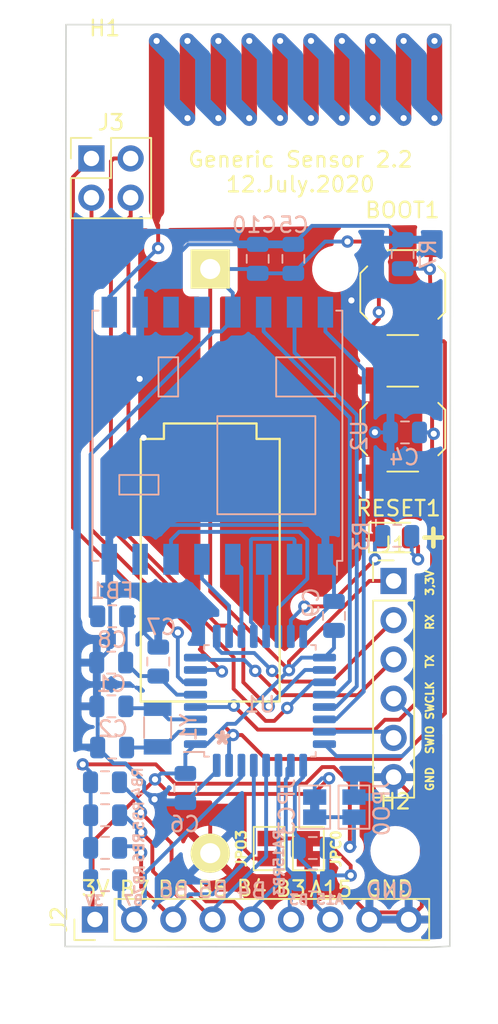
<source format=kicad_pcb>
(kicad_pcb (version 20211014) (generator pcbnew)
  (layers (0 "F.Cu" signal) (31 "B.Cu" signal) (34 "B.Paste" user) (35 "F.Paste" user) (36 "B.SilkS" user "B.Silkscreen") (37 "F.SilkS" user "F.Silkscreen") (38 "B.Mask" user) (39 "F.Mask" user) (44 "Edge.Cuts" user))
  (net 0 "")
  (net 1 "Net-(AE1-Pad1)")
  (net 2 "+3V3")
  (net 3 "GND")
  (net 4 "Net-(C1-Pad1)")
  (net 5 "Net-(C2-Pad1)")
  (net 6 "Net-(C4-Pad1)")
  (net 7 "VDDA")
  (net 8 "Net-(D1-Pad2)")
  (net 9 "SWDIO")
  (net 10 "SWCLK")
  (net 11 "TX")
  (net 12 "RX")
  (net 13 "Net-(R3-Pad1)")
  (net 14 "NSS")
  (net 15 "DIO2")
  (net 16 "DIO1")
  (net 17 "DIO0")
  (net 18 "RESET")
  (net 19 "MOSI")
  (net 20 "MISO")
  (net 21 "SCK")
  (net 22 "B7")
  (net 23 "B6")
  (net 24 "B5")
  (net 25 "B4")
  (net 26 "A1")
  (net 27 "A0")
  (net 28 "A9")
  (net 29 "A8")
  (net 30 "Net-(BOOT1-Pad2)")
  (net 31 "A15")
  (net 32 "B3")
  (net 33 "Net-(JPC0-Pad1)")
  (net 34 "Net-(JPC3-Pad2)")
  (footprint "Battery:CR123_holder" (layer "F.Cu") (at 134.112 46.736)
    (fp_text reference "BT1" hide)
    (fp_text value "Battery_Cell")
  )
  (footprint "Button_Switch_SMD:SW_SPST_TL3342" (layer "F.Cu") (at 146.5834 48.26 90)
    (fp_text reference "BOOT1")
    (fp_text value "BOOT")
  )
  (footprint "Connector_PinHeader_2.54mm:PinHeader_1x06_P2.54mm_Vertical" (layer "F.Cu") (at 145.98904 66.93154)
    (fp_text reference "J1")
    (fp_text value "Conn_01x06_Male")
  )
  (footprint "Diode_SMD:D_0805_2012Metric" (layer "F.Cu") (at 146.07516 64.11976)
    (fp_text reference "D1" hide)
    (fp_text value "LED" hide)
  )
  (footprint "RF_Antenna:Texas_SWRA416_868MHz_915MHz" (layer "F.Cu") (at 139.63904 37.76726)
    (fp_text reference "AE1" hide)
    (fp_text value "Antenna_Chip")
  )
  (footprint "Button_Switch_SMD:SW_SPST_TL3342" (layer "F.Cu") (at 146.5834 57.0992 90)
    (fp_text reference "RESET1")
    (fp_text value "RESET")
  )
  (footprint "Connector_PinHeader_2.54mm:PinHeader_1x09_P2.54mm_Vertical" (layer "F.Cu") (at 126.6444 88.8492 90)
    (fp_text reference "J2")
    (fp_text value "Conn_01x09_Male")
  )
  (footprint "Connector_PinHeader_2.54mm:PinHeader_2x02_P2.54mm_Vertical" (layer "F.Cu") (at 126.4158 39.57828)
    (fp_text reference "J3")
    (fp_text value "Conn_01x04_Male")
  )
  (footprint "MountingHole:MountingHole_2.2mm_M2" (layer "F.Cu") (at 127.27432 34.34588)
    (fp_text reference "H1")
    (fp_text value "MountingHole")
  )
  (footprint "MountingHole:MountingHole_2.2mm_M2" (layer "F.Cu") (at 146.09572 84.4042)
    (fp_text reference "H2")
    (fp_text value "MountingHole")
  )
  (footprint "Jumper:SolderJumper-2_P1.3mm_Bridged_Pad1.0x1.5mm" (layer "F.Cu") (at 140.46708 84.26728 -90)
    (fp_text reference "JPC0")
    (fp_text value "SolderJumper_2_Bridged")
  )
  (footprint "Jumper:SolderJumper-2_P1.3mm_Open_Pad1.0x1.5mm" (layer "F.Cu") (at 137.92708 84.25688 90)
    (fp_text reference "JPO3")
    (fp_text value "SolderJumper_2_Open")
  )
  (footprint "Capacitor_SMD:C_0805_2012Metric" (layer "B.Cu") (at 127.75692 77.71638 180)
    (fp_text reference "C2")
    (fp_text value "10 pF")
  )
  (footprint "Capacitor_SMD:C_0805_2012Metric" (layer "B.Cu") (at 146.72564 57.3151 180)
    (fp_text reference "C4")
    (fp_text value "100 nF")
  )
  (footprint "Capacitor_SMD:C_0805_2012Metric" (layer "B.Cu") (at 139.4968 46.0779 90)
    (fp_text reference "C5")
    (fp_text value "100 nF")
  )
  (footprint "Capacitor_SMD:C_0805_2012Metric" (layer "B.Cu") (at 132.50164 80.33282 -90)
    (fp_text reference "C6")
    (fp_text value "100 nF")
  )
  (footprint "Capacitor_SMD:C_0805_2012Metric" (layer "B.Cu") (at 130.7465 72.151 -90)
    (fp_text reference "C7")
    (fp_text value "100 nF")
  )
  (footprint "Capacitor_SMD:C_0805_2012Metric" (layer "B.Cu") (at 127.69596 72.21728)
    (fp_text reference "C8")
    (fp_text value "1 uF")
  )
  (footprint "Resistor_SMD:R_0805_2012Metric" (layer "B.Cu") (at 146.2255 64.008)
    (fp_text reference "R3")
    (fp_text value "12K")
  )
  (footprint "RF_Module:HOPERF_RFM9XW_SMD" (layer "B.Cu") (at 134.572 57.53 90)
    (fp_text reference "U2")
    (fp_text value "RFM95W-868S2")
  )
  (footprint "Package_QFP:LQFP-32_7x7mm_P0.8mm" (layer "B.Cu") (at 137.33272 74.69378)
    (fp_text reference "U1")
    (fp_text value "STM32L041K6Tx")
  )
  (footprint "Crystal:Crystal_SMD_3215-2Pin_3.2x1.5mm" (layer "B.Cu") (at 130.70332 76.42098 90)
    (fp_text reference "Y1")
    (fp_text value "32KHz")
  )
  (footprint "Capacitor_SMD:C_0805_2012Metric" (layer "B.Cu") (at 127.70842 75.04938 180)
    (fp_text reference "C1")
    (fp_text value "10 pF")
  )
  (footprint "Resistor_SMD:R_0805_2012Metric" (layer "B.Cu") (at 146.57578 45.77588 90)
    (fp_text reference "R7")
    (fp_text value "12K")
  )
  (footprint "Capacitor_SMD:C_0805_2012Metric" (layer "B.Cu") (at 142.12824 69.19444 -90)
    (fp_text reference "C9")
    (fp_text value "100 nF")
  )
  (footprint "Resistor_SMD:R_0805_2012Metric" (layer "B.Cu") (at 127.762 69.218 180)
    (fp_text reference "FB1")
    (fp_text value "Ferrite_Bead_Small")
  )
  (footprint "Capacitor_SMD:C_0805_2012Metric" (layer "B.Cu") (at 137.1854 46.0756 90)
    (fp_text reference "C10")
    (fp_text value "1 uF")
  )
  (footprint "Resistor_SMD:R_0805_2012Metric" (layer "B.Cu") (at 127.3025 82.09788)
    (fp_text reference "RB5")
    (fp_text value "PU")
  )
  (footprint "Resistor_SMD:R_0805_2012Metric" (layer "B.Cu") (at 127.3025 86.30412)
    (fp_text reference "RB7")
    (fp_text value "PU")
  )
  (footprint "Resistor_SMD:R_0805_2012Metric" (layer "B.Cu") (at 127.29464 79.96428)
    (fp_text reference "RB4")
    (fp_text value "PU")
  )
  (footprint "Resistor_SMD:R_0805_2012Metric" (layer "B.Cu") (at 127.3025 84.21116)
    (fp_text reference "RB6")
    (fp_text value "PU")
  )
  (footprint "Resistor_SMD:R_0805_2012Metric" (layer "B.Cu") (at 140.7645 86.31428 180)
    (fp_text reference "RB3")
    (fp_text value "PU")
  )
  (footprint "Jumper:SolderJumper-2_P1.3mm_Bridged_Pad1.0x1.5mm" (layer "B.Cu") (at 140.87856 81.57488 -90)
    (fp_text reference "JPC3")
    (fp_text value "SolderJumper_2_Bridged")
  )
  (footprint "Jumper:SolderJumper-2_P1.3mm_Open_Pad1.0x1.5mm" (layer "B.Cu") (at 143.42364 81.57488 90)
    (fp_text reference "JPO0")
    (fp_text value "SolderJumper_2_Open")
  )
  (footprint "Resistor_SMD:R_0805_2012Metric" (layer "B.Cu") (at 140.75664 84.22132 180)
    (fp_text reference "RA15")
    (fp_text value "PU")
  )
  (gr_line (start 124.70892 90.59672) (end 124.76988 30.9118) (layer "Edge.Cuts") (width 0.1))
  (gr_line (start 149.6314 90.58148) (end 148.46808 90.64244) (layer "Edge.Cuts") (width 0.1))
  (gr_line (start 124.76988 30.9118) (end 149.68728 30.9118) (layer "Edge.Cuts") (width 0.1))
  (gr_line (start 149.68728 30.9118) (end 149.6314 90.58148) (layer "Edge.Cuts") (width 0.1))
  (gr_line (start 148.46808 90.64244) (end 124.70892 90.59672) (layer "Edge.Cuts") (width 0.1))
  (gr_text "B3" (at 139.84732 87.57412) (layer "B.SilkS") (effects (font (size 0.635 0.635)) (justify mirror)))
  (gr_text "B4" (at 136.78408 86.98484) (layer "B.SilkS") (effects (font (size 1 1)) (justify mirror)))
  (gr_text "B5" (at 134.29996 86.9442) (layer "B.SilkS") (effects (font (size 1 1)) (justify mirror)))
  (gr_text "B6" (at 131.76504 86.95944) (layer "B.SilkS") (effects (font (size 1 1)) (justify mirror)))
  (gr_text "GND" (at 145.74012 87.01024) (layer "B.SilkS") (effects (font (size 1 1)) (justify mirror)))
  (gr_text "3V" (at 126.59868 87.64016) (layer "B.SilkS") (effects (font (size 0.635 0.635)) (justify mirror)))
  (gr_text "B7" (at 129.14376 87.61476) (layer "B.SilkS") (effects (font (size 0.635 0.635)) (justify mirror)))
  (gr_text "*" (at 134.8994 77.56144) (layer "B.SilkS") (effects (font (size 1.5 1.5) (thickness 0.3))))
  (gr_text "A15" (at 141.86408 87.54872) (layer "B.SilkS") (effects (font (size 0.635 0.635) (thickness 0.15875)) (justify mirror)))
  (gr_text "B7" (at 129.21996 86.88324) (layer "F.SilkS") (effects (font (size 1 1))))
  (gr_text "RX" (at 148.336 69.596 90) (layer "F.SilkS") (effects (font (size 0.5 0.5) (thickness 0.125))))
  (gr_text "SWCLK" (at 148.336 74.676 90) (layer "F.SilkS") (effects (font (size 0.5 0.5) (thickness 0.125))))
  (gr_text "SWIO" (at 148.336 77.216 90) (layer "F.SilkS") (effects (font (size 0.5 0.5) (thickness 0.125))))
  (gr_text "+" (at 148.5646 64.01308) (layer "F.SilkS") (effects (font (size 1.5 1.5) (thickness 0.3))))
  (gr_text "B5" (at 134.2644 86.88324) (layer "F.SilkS") (effects (font (size 1 1))))
  (gr_text "TX" (at 148.336 72.136 90) (layer "F.SilkS") (effects (font (size 0.5 0.5) (thickness 0.125))))
  (gr_text "B6" (at 131.71424 86.88324) (layer "F.SilkS") (effects (font (size 1 1))))
  (gr_text "3,3V" (at 148.336 67.056 90) (layer "F.SilkS") (effects (font (size 0.5 0.5) (thickness 0.125))))
  (gr_text "3V" (at 126.68504 86.84768) (layer "F.SilkS") (effects (font (size 1 1))))
  (gr_text "Generic Sensor 2.2\n12.July.2020" (at 139.954 40.4495) (layer "F.SilkS") (effects (font (size 1 1))))
  (gr_text "A15" (at 141.93012 86.88324) (layer "F.SilkS") (effects (font (size 1 1))))
  (gr_text "GND" (at 148.336 79.756 90) (layer "F.SilkS") (effects (font (size 0.5 0.5) (thickness 0.125))))
  (gr_text "B3" (at 139.33424 86.85784) (layer "F.SilkS") (effects (font (size 1 1))))
  (gr_text "B4" (at 136.80948 86.83244) (layer "F.SilkS") (effects (font (size 1 1))))
  (gr_text "GND" (at 145.71472 86.85784) (layer "F.SilkS") (effects (font (size 1 1))))
  (segment (start 130.738881 43.892111) (end 130.73888 44.813953) (width 0.25) (layer "F.Cu") (net 1))
  (segment (start 130.73888 44.813953) (end 130.73888 45.379638) (width 0.25) (layer "F.Cu") (net 1))
  (via (at 130.73888 45.379638) (size 0.8) (drill 0.4) (layers "F.Cu" "B.Cu") (net 1))
  (segment (start 127.572 49.53) (end 127.572 48.54144) (width 0.25) (layer "B.Cu") (net 1))
  (segment (start 127.572 48.54144) (end 130.733802 45.379638) (width 0.25) (layer "B.Cu") (net 1))
  (segment (start 130.733802 45.379638) (end 130.73888 45.379638) (width 0.25) (layer "B.Cu") (net 1))
  (segment (start 136.34212 84.32192) (end 136.92708 84.90688) (width 0.25) (layer "F.Cu") (net 2))
  (segment (start 144.6834 50.31) (end 144.6834 51.41) (width 0.25) (layer "F.Cu") (net 2))
  (segment (start 136.34212 80.7212) (end 136.34212 84.32192) (width 0.25) (layer "F.Cu") (net 2))
  (segment (start 126.492 88.392) (end 126.492 83.82) (width 0.25) (layer "F.Cu") (net 2))
  (segment (start 139.21232 72.144357) (end 139.21232 72.710042) (width 0.25) (layer "F.Cu") (net 2))
  (segment (start 144.425137 66.93154) (end 139.21232 72.144357) (width 0.25) (layer "F.Cu") (net 2))
  (segment (start 145.98904 66.93154) (end 144.425137 66.93154) (width 0.25) (layer "F.Cu") (net 2))
  (segment (start 144.6834 45.11) (end 144.6834 46.21) (width 0.25) (layer "F.Cu") (net 2))
  (segment (start 130.933559 80.178439) (end 130.53356 79.77844) (width 0.25) (layer "F.Cu") (net 2))
  (segment (start 144.5314 44.958) (end 144.6834 45.11) (width 0.25) (layer "F.Cu") (net 2))
  (segment (start 136.34212 80.7212) (end 131.47632 80.7212) (width 0.25) (layer "F.Cu") (net 2))
  (segment (start 134.112 67.609722) (end 138.812321 72.310043) (width 0.25) (layer "F.Cu") (net 2))
  (segment (start 145.034 49.9594) (end 144.6834 50.31) (width 0.25) (layer "F.Cu") (net 2))
  (segment (start 126.492 83.82) (end 130.133561 80.178439) (width 0.25) (layer "F.Cu") (net 2))
  (segment (start 140.79728 80.7212) (end 136.34212 80.7212) (width 0.25) (layer "F.Cu") (net 2))
  (segment (start 131.47632 80.7212) (end 130.933559 80.178439) (width 0.25) (layer "F.Cu") (net 2))
  (segment (start 130.133561 80.178439) (end 130.53356 79.77844) (width 0.25) (layer "F.Cu") (net 2))
  (segment (start 144.6834 46.21) (end 145.034 46.5606) (width 0.25) (layer "F.Cu") (net 2))
  (segment (start 143.002 44.958) (end 144.5314 44.958) (width 0.25) (layer "F.Cu") (net 2))
  (segment (start 134.112 46.736) (end 134.112 67.609722) (width 0.25) (layer "F.Cu") (net 2))
  (segment (start 138.812321 72.310043) (end 139.21232 72.710042) (width 0.25) (layer "F.Cu") (net 2))
  (segment (start 145.034 46.5606) (end 145.034 49.9594) (width 0.25) (layer "F.Cu") (net 2))
  (segment (start 141.81328 79.7052) (end 140.79728 80.7212) (width 0.25) (layer "F.Cu") (net 2))
  (segment (start 136.92708 84.90688) (end 137.92708 84.90688) (width 0.25) (layer "F.Cu") (net 2))
  (via (at 130.53356 79.77844) (size 0.8) (drill 0.4) (layers "F.Cu" "B.Cu") (net 2))
  (via (at 143.002 44.958) (size 0.8) (drill 0.4) (layers "F.Cu" "B.Cu") (net 2))
  (via (at 141.81328 79.7052) (size 0.8) (drill 0.4) (layers "F.Cu" "B.Cu") (net 2))
  (via (at 145.034 49.53) (size 0.8) (drill 0.4) (layers "F.Cu" "B.Cu") (net 2))
  (via (at 139.21232 72.710042) (size 0.8) (drill 0.4) (layers "F.Cu" "B.Cu") (net 2))
  (segment (start 139.4945 47.0131) (end 139.4968 47.0154) (width 0.25) (layer "B.Cu") (net 2))
  (segment (start 140.87856 80.92488) (end 140.87856 80.17488) (width 0.25) (layer "B.Cu") (net 2))
  (segment (start 137.1854 47.0131) (end 139.4945 47.0131) (width 0.25) (layer "B.Cu") (net 2))
  (segment (start 142.12824 71.27326) (end 141.50772 71.89378) (width 0.25) (layer "B.Cu") (net 2))
  (segment (start 133.15772 77.49378) (end 133.90772 77.49378) (width 0.25) (layer "B.Cu") (net 2))
  (segment (start 134.822 50.78) (end 135.572 50.03) (width 0.25) (layer "B.Cu") (net 2))
  (segment (start 134.112 46.736) (end 136.9083 46.736) (width 0.25) (layer "B.Cu") (net 2))
  (segment (start 135.741243 76.181119) (end 138.812321 73.110041) (width 0.25) (layer "B.Cu") (net 2))
  (segment (start 126.362 69.218) (end 126.362 58.74) (width 0.25) (layer "B.Cu") (net 2))
  (segment (start 126.362 58.74) (end 134.322 50.78) (width 0.25) (layer "B.Cu") (net 2))
  (segment (start 135.220381 76.181119) (end 135.741243 76.181119) (width 0.25) (layer "B.Cu") (net 2))
  (segment (start 132.50164 79.39532) (end 130.91668 79.39532) (width 0.25) (layer "B.Cu") (net 2))
  (segment (start 140.028582 71.89378) (end 139.21232 72.710042) (width 0.25) (layer "B.Cu") (net 2))
  (segment (start 130.91668 79.39532) (end 130.53356 79.77844) (width 0.25) (layer "B.Cu") (net 2))
  (segment (start 134.112 46.82) (end 134.112 46.736) (width 0.25) (layer "B.Cu") (net 2))
  (segment (start 134.322 50.78) (end 134.822 50.78) (width 0.25) (layer "B.Cu") (net 2))
  (segment (start 132.50164 78.14986) (end 133.15772 77.49378) (width 0.25) (layer "B.Cu") (net 2))
  (segment (start 139.4968 47.0154) (end 141.5542 44.958) (width 0.25) (layer "B.Cu") (net 2))
  (segment (start 135.572 49.53) (end 135.572 48.28) (width 0.25) (layer "B.Cu") (net 2))
  (segment (start 141.5542 44.958) (end 143.002 44.958) (width 0.25) (layer "B.Cu") (net 2))
  (segment (start 140.87856 80.17488) (end 141.34824 79.7052) (width 0.25) (layer "B.Cu") (net 2))
  (segment (start 136.9083 46.736) (end 137.1854 47.0131) (width 0.25) (layer "B.Cu") (net 2))
  (segment (start 126.365 88.5698) (end 126.6444 88.8492) (width 0.25) (layer "B.Cu") (net 2))
  (segment (start 138.812321 73.110041) (end 139.21232 72.710042) (width 0.25) (layer "B.Cu") (net 2))
  (segment (start 141.34824 79.7052) (end 141.81328 79.7052) (width 0.25) (layer "B.Cu") (net 2))
  (segment (start 142.12824 70.13194) (end 142.12824 71.27326) (width 0.25) (layer "B.Cu") (net 2))
  (segment (start 141.50772 71.89378) (end 140.028582 71.89378) (width 0.25) (layer "B.Cu") (net 2))
  (segment (start 135.572 50.03) (end 135.572 49.53) (width 0.25) (layer "B.Cu") (net 2))
  (segment (start 132.50164 79.39532) (end 132.50164 78.14986) (width 0.25) (layer "B.Cu") (net 2))
  (segment (start 133.90772 77.49378) (end 135.220381 76.181119) (width 0.25) (layer "B.Cu") (net 2))
  (segment (start 135.572 48.28) (end 134.112 46.82) (width 0.25) (layer "B.Cu") (net 2))
  (segment (start 145.98904 79.63154) (end 147.814399 81.456899) (width 0.25) (layer "F.Cu") (net 3))
  (segment (start 144.6834 60.2492) (end 144.6834 63.6655) (width 0.25) (layer "F.Cu") (net 3))
  (segment (start 134.112 84.556) (end 134.112 81.28) (width 0.25) (layer "F.Cu") (net 3))
  (segment (start 143.256004 53.271804) (end 143.256004 49.333685) (width 0.25) (layer "F.Cu") (net 3))
  (segment (start 129.794 54.102) (end 129.54 53.848) (width 0.25) (layer "F.Cu") (net 3))
  (segment (start 129.794 57.658) (end 129.794 54.102) (width 0.25) (layer "F.Cu") (net 3))
  (segment (start 146.812 88.392) (end 144.272 88.392) (width 0.25) (layer "F.Cu") (net 3))
  (segment (start 143.256004 49.333685) (end 143.256004 48.768) (width 0.25) (layer "F.Cu") (net 3))
  (segment (start 147.814399 87.999201) (end 146.9644 88.8492) (width 0.25) (layer "F.Cu") (net 3))
  (segment (start 147.814399 81.456899) (end 147.814399 87.999201) (width 0.25) (layer "F.Cu") (net 3))
  (segment (start 142.5448 86.6648) (end 136.2208 86.6648) (width 0.25) (layer "F.Cu") (net 3))
  (segment (start 141.4646 86.6648) (end 140.46708 85.66728) (width 0.25) (layer "F.Cu") (net 3))
  (segment (start 144.6834 63.6655) (end 145.13766 64.11976) (width 0.25) (layer "F.Cu") (net 3))
  (segment (start 144.272 88.392) (end 142.5448 86.6648) (width 0.25) (layer "F.Cu") (net 3))
  (segment (start 134.10232 81.27032) (end 130.56568 81.27032) (width 0.25) (layer "F.Cu") (net 3))
  (segment (start 134.112 81.28) (end 134.10232 81.27032) (width 0.25) (layer "F.Cu") (net 3))
  (segment (start 143.9334 53.9492) (end 143.256004 53.271804) (width 0.25) (layer "F.Cu") (net 3))
  (segment (start 142.5448 86.6648) (end 141.4646 86.6648) (width 0.25) (layer "F.Cu") (net 3))
  (segment (start 144.6834 53.9492) (end 143.9334 53.9492) (width 0.25) (layer "F.Cu") (net 3))
  (segment (start 140.46708 85.66728) (end 140.46708 84.91728) (width 0.25) (layer "F.Cu") (net 3))
  (segment (start 136.2208 86.6648) (end 134.112 84.556) (width 0.25) (layer "F.Cu") (net 3))
  (segment (start 144.6834 60.2492) (end 144.6834 53.9492) (width 0.25) (layer "F.Cu") (net 3))
  (via (at 130.5052 81.06664) (size 0.8) (drill 0.4) (layers "F.Cu" "B.Cu") (net 3))
  (via (at 129.794 57.658) (size 0.8) (drill 0.4) (layers "F.Cu" "B.Cu") (net 3))
  (via (at 129.54 53.848) (size 0.8) (drill 0.4) (layers "F.Cu" "B.Cu") (net 3))
  (via (at 144.778268 57.3074) (size 0.8) (drill 0.4) (layers "F.Cu" "B.Cu") (net 3))
  (via (at 143.256004 48.768) (size 0.8) (drill 0.4) (layers "F.Cu" "B.Cu") (net 3))
  (segment (start 130.56568 81.27032) (end 130.37336 81.27032) (width 0.25) (layer "B.Cu") (net 3))
  (segment (start 145.78814 57.3151) (end 144.785968 57.3151) (width 0.25) (layer "B.Cu") (net 3))
  (segment (start 126.81942 75.09788) (end 126.77092 75.04938) (width 0.25) (layer "B.Cu") (net 3))
  (segment (start 127.572 66.78) (end 127.572 65.53) (width 0.25) (layer "B.Cu") (net 3))
  (segment (start 128.54702 63.30498) (end 127.572 64.28) (width 0.25) (layer "B.Cu") (net 3))
  (segment (start 132.50164 81.27032) (end 134.53272 79.23924) (width 0.25) (layer "B.Cu") (net 3))
  (segment (start 127.572 64.28) (end 127.572 65.53) (width 0.25) (layer "B.Cu") (net 3))
  (segment (start 140.6952 43.942) (end 139.4968 45.1404) (width 0.25) (layer "B.Cu") (net 3))
  (segment (start 146.57578 44.83838) (end 143.256004 48.158156) (width 0.25) (layer "B.Cu") (net 3))
  (segment (start 127.84443 78.74139) (end 127.304947 78.201907) (width 0.25) (layer "B.Cu") (net 3))
  (segment (start 127.63701 68.52616) (end 127.572 68.46115) (width 0.25) (layer "B.Cu") (net 3))
  (segment (start 137.1877 45.1404) (end 137.1854 45.1381) (width 0.25) (layer "B.Cu") (net 3))
  (segment (start 130.37336 81.27032) (end 130.3713 81.27238) (width 0.25) (layer "B.Cu") (net 3))
  (segment (start 142.12824 66.08624) (end 141.572 65.53) (width 0.25) (layer "B.Cu") (net 3))
  (segment (start 129.54 53.848) (end 129.54 49.562) (width 0.25) (layer "B.Cu") (net 3))
  (segment (start 140.59698 63.30498) (end 128.54702 63.30498) (width 0.25) (layer "B.Cu") (net 3))
  (segment (start 130.56568 81.27032) (end 129.830999 80.535639) (width 0.25) (layer "B.Cu") (net 3))
  (segment (start 132.50164 81.27032) (end 130.56568 81.27032) (width 0.25) (layer "B.Cu") (net 3))
  (segment (start 126.77092 75.04938) (end 126.77092 72.22974) (width 0.25) (layer "B.Cu") (net 3))
  (segment (start 129.830999 79.959489) (end 128.6129 78.74139) (width 0.25) (layer "B.Cu") (net 3))
  (segment (start 126.81942 77.71638) (end 126.81942 75.09788) (width 0.25) (layer "B.Cu") (net 3))
  (segment (start 127.63701 70.114) (end 127.63701 68.52616) (width 0.25) (layer "B.Cu") (net 3))
  (segment (start 145.6794 43.942) (end 140.6952 43.942) (width 0.25) (layer "B.Cu") (net 3))
  (segment (start 142.12824 68.25694) (end 142.12824 66.08624) (width 0.25) (layer "B.Cu") (net 3))
  (segment (start 126.77092 72.22974) (end 126.75846 72.21728) (width 0.25) (layer "B.Cu") (net 3))
  (segment (start 129.794 62.058) (end 129.794 57.658) (width 0.25) (layer "B.Cu") (net 3))
  (segment (start 141.572 64.28) (end 140.59698 63.30498) (width 0.25) (layer "B.Cu") (net 3))
  (segment (start 127.304947 78.201907) (end 126.81942 77.71638) (width 0.25) (layer "B.Cu") (net 3))
  (segment (start 140.13272 70.25246) (end 140.13272 70.51878) (width 0.25) (layer "B.Cu") (net 3))
  (segment (start 129.799061 68.257061) (end 127.572 66.03) (width 0.25) (layer "B.Cu") (net 3))
  (segment (start 142.12824 68.25694) (end 140.13272 70.25246) (width 0.25) (layer "B.Cu") (net 3))
  (segment (start 127.572 66.03) (end 127.572 65.53) (width 0.25) (layer "B.Cu") (net 3))
  (segment (start 136.4854 45.1381) (end 137.1854 45.1381) (width 0.25) (layer "B.Cu") (net 3))
  (segment (start 143.256004 48.158156) (end 143.256004 48.768) (width 0.25) (layer "B.Cu") (net 3))
  (segment (start 132.693504 45.1381) (end 136.4854 45.1381) (width 0.25) (layer "B.Cu") (net 3))
  (segment (start 141.572 65.53) (end 141.572 64.28) (width 0.25) (layer "B.Cu") (net 3))
  (segment (start 127.508 70.24301) (end 127.63701 70.114) (width 0.25) (layer "B.Cu") (net 3))
  (segment (start 127.572 68.46115) (end 127.572 66.78) (width 0.25) (layer "B.Cu") (net 3))
  (segment (start 127.572 64.28) (end 129.794 62.058) (width 0.25) (layer "B.Cu") (net 3))
  (segment (start 128.6129 78.74139) (end 127.84443 78.74139) (width 0.25) (layer "B.Cu") (net 3))
  (segment (start 144.785968 57.3151) (end 144.778268 57.3074) (width 0.25) (layer "B.Cu") (net 3))
  (segment (start 129.572 48.259604) (end 132.693504 45.1381) (width 0.25) (layer "B.Cu") (net 3))
  (segment (start 130.7465 71.2135) (end 129.799061 70.266061) (width 0.25) (layer "B.Cu") (net 3))
  (segment (start 139.4968 45.1404) (end 137.1877 45.1404) (width 0.25) (layer "B.Cu") (net 3))
  (segment (start 129.830999 80.535639) (end 129.830999 79.959489) (width 0.25) (layer "B.Cu") (net 3))
  (segment (start 129.799061 70.266061) (end 129.799061 68.257061) (width 0.25) (layer "B.Cu") (net 3))
  (segment (start 129.572 49.53) (end 129.572 48.259604) (width 0.25) (layer "B.Cu") (net 3))
  (segment (start 127.508 71.46774) (end 127.508 70.24301) (width 0.25) (layer "B.Cu") (net 3))
  (segment (start 129.54 49.562) (end 129.572 49.53) (width 0.25) (layer "B.Cu") (net 3))
  (segment (start 134.53272 79.23924) (end 134.53272 78.86878) (width 0.25) (layer "B.Cu") (net 3))
  (segment (start 146.57578 44.83838) (end 145.6794 43.942) (width 0.25) (layer "B.Cu") (net 3))
  (segment (start 126.75846 72.21728) (end 127.508 71.46774) (width 0.25) (layer "B.Cu") (net 3))
  (segment (start 131.42612 75.89378) (end 130.70332 75.17098) (width 0.25) (layer "B.Cu") (net 4))
  (segment (start 130.70332 75.17098) (end 128.76752 75.17098) (width 0.25) (layer "B.Cu") (net 4))
  (segment (start 128.76752 75.17098) (end 128.64592 75.04938) (width 0.25) (layer "B.Cu") (net 4))
  (segment (start 133.15772 75.89378) (end 131.42612 75.89378) (width 0.25) (layer "B.Cu") (net 4))
  (segment (start 131.10332 77.67098) (end 132.08052 76.69378) (width 0.25) (layer "B.Cu") (net 5))
  (segment (start 130.70332 77.67098) (end 131.10332 77.67098) (width 0.25) (layer "B.Cu") (net 5))
  (segment (start 132.40772 76.69378) (end 133.15772 76.69378) (width 0.25) (layer "B.Cu") (net 5))
  (segment (start 130.65792 77.71638) (end 130.70332 77.67098) (width 0.25) (layer "B.Cu") (net 5))
  (segment (start 132.08052 76.69378) (end 132.40772 76.69378) (width 0.25) (layer "B.Cu") (net 5))
  (segment (start 128.69442 77.71638) (end 130.65792 77.71638) (width 0.25) (layer "B.Cu") (net 5))
  (segment (start 148.4834 60.2492) (end 148.4834 53.9492) (width 0.25) (layer "F.Cu") (net 6))
  (segment (start 144.814039 76.5556) (end 137.19048 76.5556) (width 0.25) (layer "F.Cu") (net 6))
  (segment (start 144.814039 76.527539) (end 144.814039 76.5556) (width 0.25) (layer "F.Cu") (net 6))
  (segment (start 148.4834 73.796182) (end 146.363043 75.916539) (width 0.25) (layer "F.Cu") (net 6))
  (segment (start 148.4834 60.2492) (end 148.4834 73.796182) (width 0.25) (layer "F.Cu") (net 6))
  (segment (start 146.363043 75.916539) (end 145.425039 75.916539) (width 0.25) (layer "F.Cu") (net 6))
  (segment (start 145.425039 75.916539) (end 144.814039 76.527539) (width 0.25) (layer "F.Cu") (net 6))
  (segment (start 136.041079 75.406199) (end 135.64108 75.0062) (width 0.25) (layer "F.Cu") (net 6))
  (segment (start 137.19048 76.5556) (end 136.041079 75.406199) (width 0.25) (layer "F.Cu") (net 6))
  (via (at 135.64108 75.0062) (size 0.8) (drill 0.4) (layers "F.Cu" "B.Cu") (net 6))
  (via (at 148.59 57.404) (size 0.8) (drill 0.4) (layers "F.Cu" "B.Cu") (net 6))
  (segment (start 147.66314 57.3151) (end 148.5011 57.3151) (width 0.25) (layer "B.Cu") (net 6))
  (segment (start 135.5535 75.09378) (end 135.64108 75.0062) (width 0.25) (layer "B.Cu") (net 6))
  (segment (start 133.15772 75.09378) (end 135.5535 75.09378) (width 0.25) (layer "B.Cu") (net 6))
  (segment (start 148.5011 57.3151) (end 148.59 57.404) (width 0.25) (layer "B.Cu") (net 6))
  (segment (start 131.95178 74.29378) (end 133.15772 74.29378) (width 0.25) (layer "B.Cu") (net 7))
  (segment (start 128.63346 72.21728) (end 128.63346 69.74654) (width 0.25) (layer "B.Cu") (net 7))
  (segment (start 129.50468 73.0885) (end 128.63346 72.21728) (width 0.25) (layer "B.Cu") (net 7))
  (segment (start 130.7465 73.0885) (end 129.50468 73.0885) (width 0.25) (layer "B.Cu") (net 7))
  (segment (start 128.63346 71.51728) (end 128.63346 72.21728) (width 0.25) (layer "B.Cu") (net 7))
  (segment (start 128.63346 69.74654) (end 129.162 69.218) (width 0.25) (layer "B.Cu") (net 7))
  (segment (start 130.7465 73.0885) (end 131.95178 74.29378) (width 0.25) (layer "B.Cu") (net 7))
  (segment (start 147.574 64.6811) (end 147.01266 64.11976) (width 0.25) (layer "F.Cu") (net 8))
  (segment (start 147.574 65.278) (end 147.574 64.6811) (width 0.25) (layer "F.Cu") (net 8))
  (via (at 147.574 65.532) (size 0.8) (drill 0.4) (layers "F.Cu" "B.Cu") (net 8))
  (segment (start 147.163 65.121) (end 147.574 65.532) (width 0.25) (layer "B.Cu") (net 8))
  (segment (start 147.614051 65.318051) (end 147.574 65.278) (width 0.25) (layer "B.Cu") (net 8))
  (segment (start 147.163 64.008) (end 147.163 65.121) (width 0.25) (layer "B.Cu") (net 8))
  (segment (start 145.59128 76.69378) (end 145.98904 77.09154) (width 0.25) (layer "B.Cu") (net 9))
  (segment (start 141.50772 76.69378) (end 145.59128 76.69378) (width 0.25) (layer "B.Cu") (net 9))
  (segment (start 147.164041 75.726541) (end 146.839039 75.401539) (width 0.25) (layer "B.Cu") (net 10))
  (segment (start 146.839039 75.401539) (end 145.98904 74.55154) (width 0.25) (layer "B.Cu") (net 10))
  (segment (start 141.50772 77.49378) (end 142.280481 78.266541) (width 0.25) (layer "B.Cu") (net 10))
  (segment (start 142.280481 78.266541) (end 146.553041 78.266541) (width 0.25) (layer "B.Cu") (net 10))
  (segment (start 147.164041 77.655541) (end 147.164041 75.726541) (width 0.25) (layer "B.Cu") (net 10))
  (segment (start 146.553041 78.266541) (end 147.164041 77.655541) (width 0.25) (layer "B.Cu") (net 10))
  (segment (start 143.67357 74.32701) (end 138.60425 74.32701) (width 0.25) (layer "F.Cu") (net 11))
  (segment (start 137.427919 73.150679) (end 137.02792 72.75068) (width 0.25) (layer "F.Cu") (net 11))
  (segment (start 138.60425 74.32701) (end 137.427919 73.150679) (width 0.25) (layer "F.Cu") (net 11))
  (segment (start 145.98904 72.01154) (end 143.67357 74.32701) (width 0.25) (layer "F.Cu") (net 11))
  (via (at 137.02792 72.75068) (size 0.8) (drill 0.4) (layers "F.Cu" "B.Cu") (net 11))
  (segment (start 133.15772 71.89378) (end 133.90772 71.89378) (width 0.25) (layer "B.Cu") (net 11))
  (segment (start 136.627921 72.350681) (end 137.02792 72.75068) (width 0.25) (layer "B.Cu") (net 11))
  (segment (start 134.057741 72.043801) (end 136.321041 72.043801) (width 0.25) (layer "B.Cu") (net 11))
  (segment (start 136.321041 72.043801) (end 136.627921 72.350681) (width 0.25) (layer "B.Cu") (net 11))
  (segment (start 133.90772 71.89378) (end 134.057741 72.043801) (width 0.25) (layer "B.Cu") (net 11))
  (segment (start 138.520119 73.15068) (end 138.12012 72.750681) (width 0.25) (layer "F.Cu") (net 12))
  (segment (start 138.814758 73.445319) (end 138.520119 73.15068) (width 0.25) (layer "F.Cu") (net 12))
  (segment (start 142.015261 73.445319) (end 138.814758 73.445319) (width 0.25) (layer "F.Cu") (net 12))
  (segment (start 145.98904 69.47154) (end 142.015261 73.445319) (width 0.25) (layer "F.Cu") (net 12))
  (via (at 138.12012 72.750681) (size 0.8) (drill 0.4) (layers "F.Cu" "B.Cu") (net 12))
  (segment (start 134.53272 70.51878) (end 134.53272 71.26878) (width 0.25) (layer "B.Cu") (net 12))
  (segment (start 137.720121 72.350682) (end 138.12012 72.750681) (width 0.25) (layer "B.Cu") (net 12))
  (segment (start 136.963229 71.59379) (end 137.720121 72.350682) (width 0.25) (layer "B.Cu") (net 12))
  (segment (start 134.85773 71.59379) (end 136.963229 71.59379) (width 0.25) (layer "B.Cu") (net 12))
  (segment (start 134.53272 71.26878) (end 134.85773 71.59379) (width 0.25) (layer "B.Cu") (net 12))
  (segment (start 141.732 68.58) (end 144.78 65.532) (width 0.25) (layer "F.Cu") (net 13))
  (segment (start 140.208 68.58) (end 141.732 68.58) (width 0.25) (layer "F.Cu") (net 13))
  (via (at 140.208 68.58) (size 0.8) (drill 0.4) (layers "F.Cu" "B.Cu") (net 13))
  (via (at 144.78 65.532) (size 0.8) (drill 0.4) (layers "F.Cu" "B.Cu") (net 13))
  (segment (start 144.78 65.532) (end 144.78 64.516) (width 0.25) (layer "B.Cu") (net 13))
  (segment (start 139.33272 69.45528) (end 140.208 68.58) (width 0.25) (layer "B.Cu") (net 13))
  (segment (start 139.33272 70.51878) (end 139.33272 69.45528) (width 0.25) (layer "B.Cu") (net 13))
  (segment (start 144.78 64.516) (end 145.288 64.008) (width 0.25) (layer "B.Cu") (net 13))
  (segment (start 133.572 66.78) (end 135.33272 68.54072) (width 0.25) (layer "B.Cu") (net 14))
  (segment (start 135.33272 68.54072) (end 135.33272 69.76878) (width 0.25) (layer "B.Cu") (net 14))
  (segment (start 133.572 65.53) (end 133.572 66.78) (width 0.25) (layer "B.Cu") (net 14))
  (segment (start 135.33272 69.76878) (end 135.33272 70.51878) (width 0.25) (layer "B.Cu") (net 14))
  (segment (start 141.572 50.78) (end 144.053268 53.261268) (width 0.25) (layer "B.Cu") (net 15))
  (segment (start 142.25772 75.89378) (end 141.50772 75.89378) (width 0.25) (layer "B.Cu") (net 15))
  (segment (start 141.572 49.53) (end 141.572 50.78) (width 0.25) (layer "B.Cu") (net 15))
  (segment (start 144.053268 53.261268) (end 144.053268 74.098232) (width 0.25) (layer "B.Cu") (net 15))
  (segment (start 144.053268 74.098232) (end 142.25772 75.89378) (width 0.25) (layer "B.Cu") (net 15))
  (segment (start 139.572 49.53) (end 139.572 52.14359) (width 0.25) (layer "B.Cu") (net 16))
  (segment (start 143.60326 56.17485) (end 143.603259 73.748241) (width 0.25) (layer "B.Cu") (net 16))
  (segment (start 139.572 52.14359) (end 143.60326 56.17485) (width 0.25) (layer "B.Cu") (net 16))
  (segment (start 142.25772 75.09378) (end 141.50772 75.09378) (width 0.25) (layer "B.Cu") (net 16))
  (segment (start 143.603259 73.748241) (end 142.25772 75.09378) (width 0.25) (layer "B.Cu") (net 16))
  (segment (start 142.25772 74.29378) (end 141.50772 74.29378) (width 0.25) (layer "B.Cu") (net 17))
  (segment (start 143.15325 73.39825) (end 142.25772 74.29378) (width 0.25) (layer "B.Cu") (net 17))
  (segment (start 137.572 50.78) (end 143.15325 56.36125) (width 0.25) (layer "B.Cu") (net 17))
  (segment (start 143.15325 56.36125) (end 143.15325 73.39825) (width 0.25) (layer "B.Cu") (net 17))
  (segment (start 137.572 49.53) (end 137.572 50.78) (width 0.25) (layer "B.Cu") (net 17))
  (segment (start 139.881992 63.75499) (end 132.09701 63.75499) (width 0.25) (layer "B.Cu") (net 18))
  (segment (start 140.397001 66.790001) (end 140.397001 64.269999) (width 0.25) (layer "B.Cu") (net 18))
  (segment (start 138.53272 70.51878) (end 138.53272 68.654282) (width 0.25) (layer "B.Cu") (net 18))
  (segment (start 138.53272 68.654282) (end 140.397001 66.790001) (width 0.25) (layer "B.Cu") (net 18))
  (segment (start 132.09701 63.75499) (end 131.572 64.28) (width 0.25) (layer "B.Cu") (net 18))
  (segment (start 131.572 64.28) (end 131.572 65.53) (width 0.25) (layer "B.Cu") (net 18))
  (segment (start 140.397001 64.269999) (end 139.881992 63.75499) (width 0.25) (layer "B.Cu") (net 18))
  (segment (start 137.73272 70.51878) (end 137.73272 65.69072) (width 0.25) (layer "B.Cu") (net 19))
  (segment (start 137.73272 65.69072) (end 137.572 65.53) (width 0.25) (layer "B.Cu") (net 19))
  (segment (start 136.93272 69.76878) (end 136.746999 69.583059) (width 0.25) (layer "B.Cu") (net 20))
  (segment (start 139.496999 64.204999) (end 139.572 64.28) (width 0.25) (layer "B.Cu") (net 20))
  (segment (start 139.572 64.28) (end 139.572 65.53) (width 0.25) (layer "B.Cu") (net 20))
  (segment (start 136.93272 70.51878) (end 136.93272 69.76878) (width 0.25) (layer "B.Cu") (net 20))
  (segment (start 136.746999 64.269999) (end 136.811999 64.204999) (width 0.25) (layer "B.Cu") (net 20))
  (segment (start 136.746999 69.583059) (end 136.746999 64.269999) (width 0.25) (layer "B.Cu") (net 20))
  (segment (start 136.811999 64.204999) (end 139.496999 64.204999) (width 0.25) (layer "B.Cu") (net 20))
  (segment (start 136.13272 70.51878) (end 136.13272 66.09072) (width 0.25) (layer "B.Cu") (net 21))
  (segment (start 136.13272 66.09072) (end 135.572 65.53) (width 0.25) (layer "B.Cu") (net 21))
  (segment (start 129.881999 85.869501) (end 136.13272 79.61878) (width 0.25) (layer "B.Cu") (net 22))
  (segment (start 136.13272 79.61878) (end 136.13272 78.86878) (width 0.25) (layer "B.Cu") (net 22))
  (segment (start 129.032 88.392) (end 129.881999 87.542001) (width 0.25) (layer "B.Cu") (net 22))
  (segment (start 129.1844 88.8492) (end 128.24 87.9048) (width 0.25) (layer "B.Cu") (net 22))
  (segment (start 128.24 87.9048) (end 128.24 86.2584) (width 0.25) (layer "B.Cu") (net 22))
  (segment (start 129.881999 87.542001) (end 129.881999 85.869501) (width 0.25) (layer "B.Cu") (net 22))
  (segment (start 129.63652 84.52104) (end 129.63652 86.76132) (width 0.25) (layer "F.Cu") (net 23))
  (segment (start 129.63652 86.76132) (end 131.7244 88.8492) (width 0.25) (layer "F.Cu") (net 23))
  (via (at 129.63652 84.52104) (size 0.8) (drill 0.4) (layers "F.Cu" "B.Cu") (net 23))
  (segment (start 136.93272 79.61878) (end 136.93272 78.86878) (width 0.25) (layer "B.Cu") (net 23))
  (segment (start 136.93272 84.55528) (end 136.93272 79.61878) (width 0.25) (layer "B.Cu") (net 23))
  (segment (start 131.572 88.392) (end 132.747001 87.216999) (width 0.25) (layer "B.Cu") (net 23))
  (segment (start 128.24 84.10956) (end 129.22504 84.10956) (width 0.25) (layer "B.Cu") (net 23))
  (segment (start 129.22504 84.10956) (end 129.63652 84.52104) (width 0.25) (layer "B.Cu") (net 23))
  (segment (start 134.271001 87.216999) (end 136.93272 84.55528) (width 0.25) (layer "B.Cu") (net 23))
  (segment (start 132.747001 87.216999) (end 134.271001 87.216999) (width 0.25) (layer "B.Cu") (net 23))
  (segment (start 129.6416 83.20024) (end 130.361521 83.920161) (width 0.25) (layer "F.Cu") (net 24))
  (segment (start 132.0546 87.38108) (end 132.79628 87.38108) (width 0.25) (layer "F.Cu") (net 24))
  (segment (start 130.361521 85.301921) (end 130.40868 85.34908) (width 0.25) (layer "F.Cu") (net 24))
  (segment (start 130.40868 85.34908) (end 130.40868 85.73516) (width 0.25) (layer "F.Cu") (net 24))
  (segment (start 132.79628 87.38108) (end 134.2644 88.8492) (width 0.25) (layer "F.Cu") (net 24))
  (segment (start 130.40868 85.73516) (end 132.0546 87.38108) (width 0.25) (layer "F.Cu") (net 24))
  (segment (start 130.361521 83.920161) (end 130.361521 85.301921) (width 0.25) (layer "F.Cu") (net 24))
  (via (at 129.6416 83.20024) (size 0.8) (drill 0.4) (layers "F.Cu" "B.Cu") (net 24))
  (segment (start 128.53924 82.09788) (end 129.6416 83.20024) (width 0.25) (layer "B.Cu") (net 24))
  (segment (start 134.112 88.392) (end 137.73272 84.77128) (width 0.25) (layer "B.Cu") (net 24))
  (segment (start 137.73272 84.77128) (end 137.73272 78.86878) (width 0.25) (layer "B.Cu") (net 24))
  (segment (start 128.24 82.09788) (end 128.53924 82.09788) (width 0.25) (layer "B.Cu") (net 24))
  (segment (start 131.60756 83.90636) (end 131.60756 85.44052) (width 0.25) (layer "F.Cu") (net 25))
  (segment (start 135.629399 87.674199) (end 135.954401 87.999201) (width 0.25) (layer "F.Cu") (net 25))
  (segment (start 131.60756 85.44052) (end 133.841239 87.674199) (width 0.25) (layer "F.Cu") (net 25))
  (segment (start 135.954401 87.999201) (end 136.8044 88.8492) (width 0.25) (layer "F.Cu") (net 25))
  (segment (start 129.62128 81.92008) (end 131.60756 83.90636) (width 0.25) (layer "F.Cu") (net 25))
  (segment (start 133.841239 87.674199) (end 135.629399 87.674199) (width 0.25) (layer "F.Cu") (net 25))
  (via (at 129.62128 81.92008) (size 0.8) (drill 0.4) (layers "F.Cu" "B.Cu") (net 25))
  (segment (start 138.53272 78.86878) (end 138.53272 86.51128) (width 0.25) (layer "B.Cu") (net 25))
  (segment (start 128.23214 79.96428) (end 129.62128 81.35342) (width 0.25) (layer "B.Cu") (net 25))
  (segment (start 129.62128 81.35342) (end 129.62128 81.92008) (width 0.25) (layer "B.Cu") (net 25))
  (segment (start 138.53272 86.51128) (end 136.652 88.392) (width 0.25) (layer "B.Cu") (net 25))
  (segment (start 134.468921 72.391322) (end 134.86892 72.791321) (width 0.25) (layer "F.Cu") (net 26))
  (segment (start 133.525259 70.711065) (end 126.37008 63.555886) (width 0.25) (layer "F.Cu") (net 26))
  (segment (start 126.37008 63.555886) (end 126.42088 63.505086) (width 0.25) (layer "F.Cu") (net 26))
  (segment (start 133.43636 71.358761) (end 133.525259 71.447661) (width 0.25) (layer "F.Cu") (net 26))
  (segment (start 133.525259 71.447661) (end 133.525259 70.711065) (width 0.25) (layer "F.Cu") (net 26))
  (segment (start 126.42088 63.505086) (end 126.42088 42.11828) (width 0.25) (layer "F.Cu") (net 26))
  (segment (start 133.525259 71.447661) (end 134.468921 72.391322) (width 0.25) (layer "F.Cu") (net 26))
  (via (at 134.86892 72.791321) (size 0.8) (drill 0.4) (layers "F.Cu" "B.Cu") (net 26))
  (segment (start 134.771379 72.69378) (end 134.86892 72.791321) (width 0.25) (layer "B.Cu") (net 26))
  (segment (start 133.15772 72.69378) (end 134.771379 72.69378) (width 0.25) (layer "B.Cu") (net 26))
  (segment (start 125.222 63.480808) (end 125.222 40.77716) (width 0.25) (layer "F.Cu") (net 27))
  (segment (start 125.222 40.77716) (end 126.42088 39.57828) (width 0.25) (layer "F.Cu") (net 27))
  (segment (start 132.012586 70.271394) (end 125.222 63.480808) (width 0.25) (layer "F.Cu") (net 27))
  (via (at 132.012586 70.271394) (size 0.8) (drill 0.4) (layers "F.Cu" "B.Cu") (net 27))
  (segment (start 132.012586 70.837079) (end 132.012586 70.271394) (width 0.25) (layer "B.Cu") (net 27))
  (segment (start 133.15772 73.49378) (end 132.38114 73.49378) (width 0.25) (layer "B.Cu") (net 27))
  (segment (start 132.012586 73.125226) (end 132.012586 70.837079) (width 0.25) (layer "B.Cu") (net 27))
  (segment (start 132.38114 73.49378) (end 132.012586 73.125226) (width 0.25) (layer "B.Cu") (net 27))
  (segment (start 127.68072 41.639118) (end 127.68072 39.75844) (width 0.25) (layer "F.Cu") (net 28))
  (segment (start 137.699602 75.99172) (end 135.62584 73.917958) (width 0.25) (layer "F.Cu") (net 28))
  (segment (start 127.68072 63.51016) (end 127.68072 41.639118) (width 0.25) (layer "F.Cu") (net 28))
  (segment (start 139.10056 75.15352) (end 138.26236 75.99172) (width 0.25) (layer "F.Cu") (net 28))
  (segment (start 127.86088 39.57828) (end 128.96088 39.57828) (width 0.25) (layer "F.Cu") (net 28))
  (segment (start 135.62584 71.86676) (end 134.40156 70.64248) (width 0.25) (layer "F.Cu") (net 28))
  (segment (start 135.62584 73.917958) (end 135.62584 71.86676) (width 0.25) (layer "F.Cu") (net 28))
  (segment (start 138.26236 75.99172) (end 137.699602 75.99172) (width 0.25) (layer "F.Cu") (net 28))
  (segment (start 134.40156 70.64248) (end 134.40156 70.231) (width 0.25) (layer "F.Cu") (net 28))
  (segment (start 134.40156 70.231) (end 127.68072 63.51016) (width 0.25) (layer "F.Cu") (net 28))
  (segment (start 127.68072 41.639118) (end 127.635 41.593398) (width 0.25) (layer "F.Cu") (net 28))
  (segment (start 127.68072 39.75844) (end 127.86088 39.57828) (width 0.25) (layer "F.Cu") (net 28))
  (via (at 139.10056 75.15352) (size 0.8) (drill 0.4) (layers "F.Cu" "B.Cu") (net 28))
  (segment (start 139.10056 75.15094) (end 139.10056 75.15352) (width 0.25) (layer "B.Cu") (net 28))
  (segment (start 141.50772 73.49378) (end 140.75772 73.49378) (width 0.25) (layer "B.Cu") (net 28))
  (segment (start 140.75772 73.49378) (end 139.10056 75.15094) (width 0.25) (layer "B.Cu") (net 28))
  (segment (start 135.33628 69.81952) (end 134.62649 69.81952) (width 0.25) (layer "F.Cu") (net 29))
  (segment (start 128.814999 43.466242) (end 128.96088 43.320361) (width 0.25) (layer "F.Cu") (net 29))
  (segment (start 136.25576 70.739) (end 135.33628 69.81952) (width 0.25) (layer "F.Cu") (net 29))
  (segment (start 134.62649 69.81952) (end 128.814999 64.008029) (width 0.25) (layer "F.Cu") (net 29))
  (segment (start 128.814999 64.008029) (end 128.814999 43.466242) (width 0.25) (layer "F.Cu") (net 29))
  (segment (start 136.25576 73.49236) (end 136.25576 70.739) (width 0.25) (layer "F.Cu") (net 29))
  (segment (start 128.96088 43.320361) (end 128.96088 42.11828) (width 0.25) (layer "F.Cu") (net 29))
  (segment (start 137.809814 75.046414) (end 136.25576 73.49236) (width 0.25) (layer "F.Cu") (net 29))
  (segment (start 137.901254 75.046414) (end 137.809814 75.046414) (width 0.25) (layer "F.Cu") (net 29))
  (via (at 137.901254 75.046414) (size 0.8) (drill 0.4) (layers "F.Cu" "B.Cu") (net 29))
  (segment (start 140.253888 72.69378) (end 137.901254 75.046414) (width 0.25) (layer "B.Cu") (net 29))
  (segment (start 141.50772 72.69378) (end 140.253888 72.69378) (width 0.25) (layer "B.Cu") (net 29))
  (segment (start 148.336 46.736) (end 148.4834 51.41) (width 0.25) (layer "F.Cu") (net 30))
  (segment (start 136.161043 76.90612) (end 137.711462 78.456539) (width 0.25) (layer "F.Cu") (net 30))
  (segment (start 149.315001 51.491601) (end 149.2334 51.41) (width 0.25) (layer "F.Cu") (net 30))
  (segment (start 149.315001 75.504581) (end 149.315001 51.491601) (width 0.25) (layer "F.Cu") (net 30))
  (segment (start 146.363043 78.456539) (end 149.315001 75.504581) (width 0.25) (layer "F.Cu") (net 30))
  (segment (start 149.2334 51.41) (end 148.4834 51.41) (width 0.25) (layer "F.Cu") (net 30))
  (segment (start 148.4834 45.11) (end 148.336 46.736) (width 0.25) (layer "F.Cu") (net 30))
  (segment (start 135.595358 76.90612) (end 136.161043 76.90612) (width 0.25) (layer "F.Cu") (net 30))
  (segment (start 137.711462 78.456539) (end 146.363043 78.456539) (width 0.25) (layer "F.Cu") (net 30))
  (segment (start 135.195359 76.506121) (end 135.595358 76.90612) (width 0.25) (layer "F.Cu") (net 30))
  (via (at 135.595358 76.90612) (size 0.8) (drill 0.4) (layers "F.Cu" "B.Cu") (net 30))
  (via (at 148.336 46.736) (size 0.8) (drill 0.4) (layers "F.Cu" "B.Cu") (net 30))
  (segment (start 135.33272 78.86878) (end 135.33272 77.168758) (width 0.25) (layer "B.Cu") (net 30))
  (segment (start 135.33272 77.168758) (end 135.595358 76.90612) (width 0.25) (layer "B.Cu") (net 30))
  (segment (start 148.31338 46.71338) (end 148.336 46.736) (width 0.25) (layer "B.Cu") (net 30))
  (segment (start 146.57578 46.71338) (end 148.31338 46.71338) (width 0.25) (layer "B.Cu") (net 30))
  (segment (start 146.56054 46.72862) (end 146.57578 46.71338) (width 0.25) (layer "B.Cu") (net 30))
  (segment (start 139.59332 83.2955) (end 139.81914 83.52132) (width 0.25) (layer "B.Cu") (net 31))
  (segment (start 139.59332 80.17256) (end 139.59332 83.2955) (width 0.25) (layer "B.Cu") (net 31))
  (segment (start 141.034401 87.999201) (end 141.8844 88.8492) (width 0.25) (layer "B.Cu") (net 31))
  (segment (start 140.88949 85.87242) (end 140.88949 87.85429) (width 0.25) (layer "B.Cu") (net 31))
  (segment (start 140.13272 79.63316) (end 139.59332 80.17256) (width 0.25) (layer "B.Cu") (net 31))
  (segment (start 139.81914 83.52132) (end 139.81914 84.22132) (width 0.25) (layer "B.Cu") (net 31))
  (segment (start 140.13272 78.86878) (end 140.13272 79.63316) (width 0.25) (layer "B.Cu") (net 31))
  (segment (start 140.13272 83.90774) (end 139.81914 84.22132) (width 0.25) (layer "B.Cu") (net 31))
  (segment (start 139.81914 84.22132) (end 139.81914 84.80207) (width 0.25) (layer "B.Cu") (net 31))
  (segment (start 140.88949 87.85429) (end 141.034401 87.999201) (width 0.25) (layer "B.Cu") (net 31))
  (segment (start 139.81914 84.80207) (end 140.88949 85.87242) (width 0.25) (layer "B.Cu") (net 31))
  (segment (start 139.33272 87.61487) (end 139.3444 87.62655) (width 0.25) (layer "B.Cu") (net 32))
  (segment (start 139.10773 79.09377) (end 139.10773 79.680182) (width 0.25) (layer "B.Cu") (net 32))
  (segment (start 139.33272 88.25128) (end 139.192 88.392) (width 0.25) (layer "B.Cu") (net 32))
  (segment (start 139.10773 79.680182) (end 139.00663 79.781282) (width 0.25) (layer "B.Cu") (net 32))
  (segment (start 139.00663 85.49391) (end 139.341473 85.828753) (width 0.25) (layer "B.Cu") (net 32))
  (segment (start 139.341473 85.828753) (end 139.827 86.31428) (width 0.25) (layer "B.Cu") (net 32))
  (segment (start 139.26264 88.76744) (end 139.3444 88.8492) (width 0.25) (layer "B.Cu") (net 32))
  (segment (start 139.29312 86.31428) (end 139.827 86.31428) (width 0.25) (layer "B.Cu") (net 32))
  (segment (start 139.00663 79.781282) (end 139.00663 85.49391) (width 0.25) (layer "B.Cu") (net 32))
  (segment (start 139.33272 78.86878) (end 139.10773 79.09377) (width 0.25) (layer "B.Cu") (net 32))
  (segment (start 139.26264 86.34476) (end 139.26264 88.76744) (width 0.25) (layer "B.Cu") (net 32))
  (segment (start 139.26264 86.34476) (end 139.29312 86.31428) (width 0.25) (layer "B.Cu") (net 32))
  (segment (start 143.21028 85.36048) (end 143.21028 85.99424) (width 0.25) (layer "F.Cu") (net 33))
  (segment (start 140.46708 83.61728) (end 141.46708 83.61728) (width 0.25) (layer "F.Cu") (net 33))
  (segment (start 137.92708 83.60688) (end 140.45668 83.60688) (width 0.25) (layer "F.Cu") (net 33))
  (segment (start 141.46708 83.61728) (end 143.21028 85.36048) (width 0.25) (layer "F.Cu") (net 33))
  (segment (start 140.45668 83.60688) (end 140.46708 83.61728) (width 0.25) (layer "F.Cu") (net 33))
  (via (at 143.21028 85.99424) (size 0.8) (drill 0.4) (layers "F.Cu" "B.Cu") (net 33))
  (segment (start 143.21028 85.99424) (end 142.02204 85.99424) (width 0.25) (layer "B.Cu") (net 33))
  (segment (start 141.69414 84.22132) (end 141.69414 86.30642) (width 0.25) (layer "B.Cu") (net 33))
  (segment (start 142.02204 85.99424) (end 141.702 86.31428) (width 0.25) (layer "B.Cu") (net 33))
  (segment (start 141.69414 86.30642) (end 141.702 86.31428) (width 0.25) (layer "B.Cu") (net 33))
  (segment (start 125.85192 78.80604) (end 125.626961 79.030999) (width 0.25) (layer "F.Cu") (net 34))
  (segment (start 143.1544 80.019038) (end 143.1544 83.579435) (width 0.25) (layer "F.Cu") (net 34))
  (segment (start 131.83616 80.05572) (end 140.293238 80.05572) (width 0.25) (layer "F.Cu") (net 34))
  (segment (start 130.58648 78.80604) (end 131.83616 80.05572) (width 0.25) (layer "F.Cu") (net 34))
  (segment (start 141.368759 78.980199) (end 142.115561 78.980199) (width 0.25) (layer "F.Cu") (net 34))
  (segment (start 143.1544 83.579435) (end 143.1544 84.14512) (width 0.25) (layer "F.Cu") (net 34))
  (segment (start 140.293238 80.05572) (end 141.368759 78.980199) (width 0.25) (layer "F.Cu") (net 34))
  (segment (start 125.85192 78.80604) (end 130.58648 78.80604) (width 0.25) (layer "F.Cu") (net 34))
  (segment (start 142.115561 78.980199) (end 143.1544 80.019038) (width 0.25) (layer "F.Cu") (net 34))
  (via (at 143.1544 84.14512) (size 0.8) (drill 0.4) (layers "F.Cu" "B.Cu") (net 34))
  (via (at 125.85192 78.80604) (size 0.8) (drill 0.4) (layers "F.Cu" "B.Cu") (net 34))
  (segment (start 126.365 79.87284) (end 126.30912 79.81696) (width 0.25) (layer "B.Cu") (net 34))
  (segment (start 142.42364 82.22488) (end 140.87856 82.22488) (width 0.25) (layer "B.Cu") (net 34))
  (segment (start 126.365 81.96072) (end 126.365 79.87284) (width 0.25) (layer "B.Cu") (net 34))
  (segment (start 126.365 84.10956) (end 126.365 81.96072) (width 0.25) (layer "B.Cu") (net 34))
  (segment (start 126.365 86.2584) (end 126.365 84.10956) (width 0.25) (layer "B.Cu") (net 34))
  (segment (start 143.42364 82.22488) (end 142.42364 82.22488) (width 0.25) (layer "B.Cu") (net 34))
  (segment (start 126.35714 79.96428) (end 126.35714 79.31126) (width 0.25) (layer "B.Cu") (net 34))
  (segment (start 143.42364 82.22488) (end 143.42364 84.09576) (width 0.25) (layer "B.Cu") (net 34))
  (segment (start 126.35714 79.31126) (end 125.85192 78.80604) (width 0.25) (layer "B.Cu") (net 34))
  (segment (start 143.42364 84.09576) (end 143.473 84.14512) (width 0.25) (layer "B.Cu") (net 34))
  (zone (net 3) (net_name "GND") (layer "F.Cu") (connect_pads (clearance 0.508)) (min_thickness 0.254) (fill yes (thermal_gap 0.508) (thermal_bridge_width 0.508))
    (polygon (pts (xy 129.47396 44.10456) (xy 149.51456 43.87088) (xy 149.51456 90.46972) (xy 124.88164 90.40876) (xy 124.88164 31.03372) (xy 129.35712 30.97784)))
  )
  (zone (net 3) (net_name "GND") (layer "B.Cu") (connect_pads (clearance 0.508)) (min_thickness 0.254) (fill yes (thermal_gap 0.508) (thermal_bridge_width 0.508))
    (polygon (pts (xy 129.77876 44.12996) (xy 149.46376 44.2214) (xy 149.64156 90.40368) (xy 125.07468 90.67292) (xy 124.98832 31.00832) (xy 129.60096 31.00832)))
  )
)
</source>
